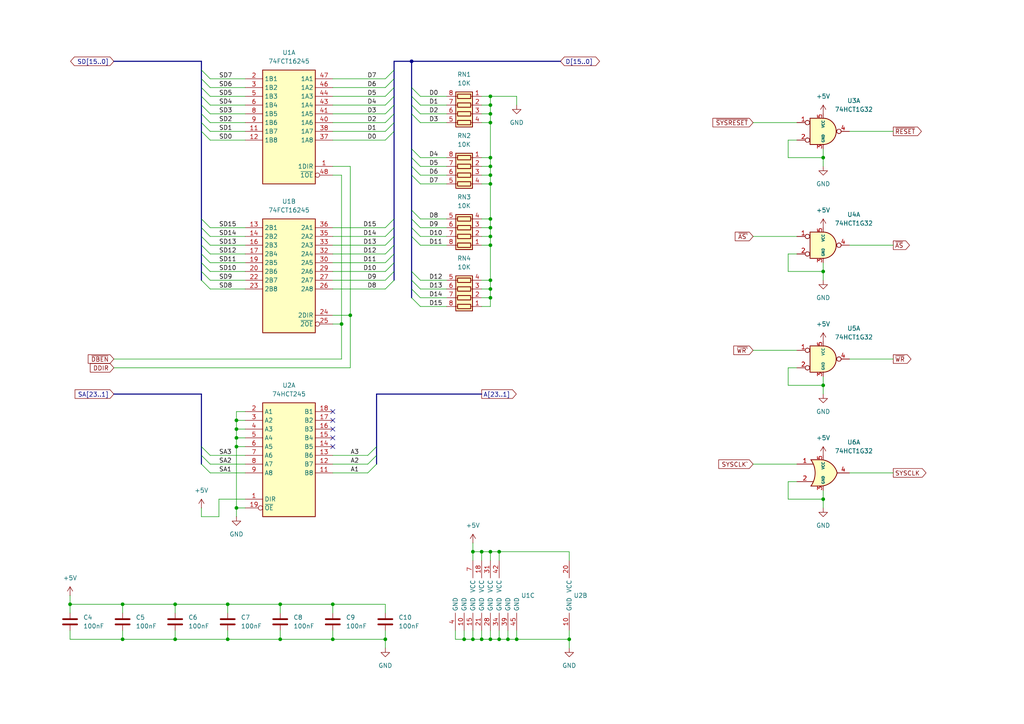
<source format=kicad_sch>
(kicad_sch (version 20231120) (generator "eeschema") (generator_version "8.0")
  (paper "A4")
  (title_block (title "EXPANSION BUS BUFFERS AND TRANSCEIVERS") (date "2024-03-05") (rev "1") (company "(C) TOM STOREY") (comment 1 "FREE FOR NON-COMMERCIAL USE"))
  (lib_symbols
    (symbol "COMET_symbols:74x16245"
      (property "Reference" "U" (at 0 0 0))
      (property "Value" "74x16245" (at 0 0 0))
      (symbol "74x16245_1_0"
        (pin input line (at -12.7 -12.7 0) (length 5.08) (name "1DIR") (number "1"))
        (pin tri_state line (at 12.7 -2.54 180) (length 5.08) (name "1B7") (number "11"))
        (pin tri_state line (at 12.7 -5.08 180) (length 5.08) (name "1B8") (number "12"))
        (pin tri_state line (at 12.7 12.7 180) (length 5.08) (name "1B1") (number "2"))
        (pin tri_state line (at 12.7 10.16 180) (length 5.08) (name "1B2") (number "3"))
        (pin tri_state line (at -12.7 -5.08 0) (length 5.08) (name "1A8") (number "37"))
        (pin tri_state line (at -12.7 -2.54 0) (length 5.08) (name "1A7") (number "38"))
        (pin tri_state line (at -12.7 0 0) (length 5.08) (name "1A6") (number "40"))
        (pin tri_state line (at -12.7 2.54 0) (length 5.08) (name "1A5") (number "41"))
        (pin tri_state line (at -12.7 5.08 0) (length 5.08) (name "1A4") (number "43"))
        (pin tri_state line (at -12.7 7.62 0) (length 5.08) (name "1A3") (number "44"))
        (pin tri_state line (at -12.7 10.16 0) (length 5.08) (name "1A2") (number "46"))
        (pin tri_state line (at -12.7 12.7 0) (length 5.08) (name "1A1") (number "47"))
        (pin input inverted (at -12.7 -15.24 0) (length 5.08) (name "~{1OE}") (number "48"))
        (pin tri_state line (at 12.7 7.62 180) (length 5.08) (name "1B3") (number "5"))
        (pin tri_state line (at 12.7 5.08 180) (length 5.08) (name "1B4") (number "6"))
        (pin tri_state line (at 12.7 2.54 180) (length 5.08) (name "1B5") (number "8"))
        (pin tri_state line (at 12.7 0 180) (length 5.08) (name "1B6") (number "9"))
      )
      (symbol "74x16245_1_1"
        (rectangle (start -7.62 15.24) (end 7.62 -17.78) (stroke (width 0.254)) (fill (type background)))
      )
      (symbol "74x16245_2_0"
        (pin tri_state line (at 12.7 12.7 180) (length 5.08) (name "2B1") (number "13"))
        (pin tri_state line (at 12.7 10.16 180) (length 5.08) (name "2B2") (number "14"))
        (pin tri_state line (at 12.7 7.62 180) (length 5.08) (name "2B3") (number "16"))
        (pin tri_state line (at 12.7 5.08 180) (length 5.08) (name "2B4") (number "17"))
        (pin tri_state line (at 12.7 2.54 180) (length 5.08) (name "2B5") (number "19"))
        (pin tri_state line (at 12.7 0 180) (length 5.08) (name "2B6") (number "20"))
        (pin tri_state line (at 12.7 -2.54 180) (length 5.08) (name "2B7") (number "22"))
        (pin tri_state line (at 12.7 -5.08 180) (length 5.08) (name "2B8") (number "23"))
        (pin input line (at -12.7 -12.7 0) (length 5.08) (name "2DIR") (number "24"))
        (pin input inverted (at -12.7 -15.24 0) (length 5.08) (name "~{2OE}") (number "25"))
        (pin tri_state line (at -12.7 -5.08 0) (length 5.08) (name "2A8") (number "26"))
        (pin tri_state line (at -12.7 -2.54 0) (length 5.08) (name "2A7") (number "27"))
        (pin tri_state line (at -12.7 0 0) (length 5.08) (name "2A6") (number "29"))
        (pin tri_state line (at -12.7 2.54 0) (length 5.08) (name "2A5") (number "30"))
        (pin tri_state line (at -12.7 5.08 0) (length 5.08) (name "2A4") (number "32"))
        (pin tri_state line (at -12.7 7.62 0) (length 5.08) (name "2A3") (number "33"))
        (pin tri_state line (at -12.7 10.16 0) (length 5.08) (name "2A2") (number "35"))
        (pin tri_state line (at -12.7 12.7 0) (length 5.08) (name "2A1") (number "36"))
      )
      (symbol "74x16245_2_1"
        (rectangle (start -7.62 15.24) (end 7.62 -17.78) (stroke (width 0.254)) (fill (type background)))
      )
      (symbol "74x16245_3_1"
        (pin power_in line (at -5.08 -10.16 90) (length 5.08) (name "GND") (number "10"))
        (pin power_in line (at -2.54 -10.16 90) (length 5.08) (name "GND") (number "15"))
        (pin power_in line (at 0 10.16 270) (length 5.08) (name "VCC") (number "18"))
        (pin power_in line (at 0 -10.16 90) (length 5.08) (name "GND") (number "21"))
        (pin power_in line (at 2.54 -10.16 90) (length 5.08) (name "GND") (number "28"))
        (pin power_in line (at 2.54 10.16 270) (length 5.08) (name "VCC") (number "31"))
        (pin power_in line (at 5.08 -10.16 90) (length 5.08) (name "GND") (number "34"))
        (pin power_in line (at 7.62 -10.16 90) (length 5.08) (name "GND") (number "39"))
        (pin power_in line (at -7.62 -10.16 90) (length 5.08) (name "GND") (number "4"))
        (pin power_in line (at 5.08 10.16 270) (length 5.08) (name "VCC") (number "42"))
        (pin power_in line (at 10.16 -10.16 90) (length 5.08) (name "GND") (number "45"))
        (pin power_in line (at -2.54 10.16 270) (length 5.08) (name "VCC") (number "7"))
      )
    )
    (symbol "COMET_symbols:74x1G32"
      (property "Reference" "U" (at 0 0 0))
      (property "Value" "74x1G32" (at 0 0 0))
      (symbol "74x1G32_1_1"
        (arc (start -3.5562 -3.81) (mid -2.3352 0) (end -3.5562 3.81) (stroke (width 0.254)))
        (arc (start -0.3558 -3.81) (mid 2.4393 -2.584) (end 4.0638 0) (stroke (width 0.254)) (fill (type background)))
        (polyline (pts (xy -3.5562 -3.81) (xy -0.3812 -3.81)) (stroke (width 0.254)) (fill (type background)))
        (polyline (pts (xy -3.5562 3.81) (xy -0.3812 3.81)) (stroke (width 0.254)) (fill (type background)))
        (polyline (pts (xy -0.3812 3.81) (xy -3.5562 3.81) (xy -3.5562 3.81) (xy -3.3022 3.4036) (xy -2.7688 2.2606) (xy -2.4386 1.0414) (xy -2.3624 -0.254) (xy -2.5148 -1.4986) (xy -2.9212 -2.7178) (xy -3.5562 -3.81) (xy -3.5562 -3.81) (xy -0.3812 -3.81)) (stroke (width -25.4)) (fill (type background)))
        (arc (start 4.0638 0) (mid 2.4466 2.5925) (end -0.3558 3.81) (stroke (width 0.254)) (fill (type background)))
        (pin input line (at -7.62 2.54 0) (length 4.6228) (name "~") (number "1"))
        (pin input line (at -7.62 -2.54 0) (length 4.6228) (name "~") (number "2"))
        (pin output line (at 7.62 0 180) (length 3.6068) (name "~") (number "4"))
      )
      (symbol "74x1G32_1_2"
        (arc (start 0 -3.81) (mid 3.7934 0) (end 0 3.81) (stroke (width 0.254)) (fill (type background)))
        (polyline (pts (xy 0 3.81) (xy -3.81 3.81) (xy -3.81 -3.81) (xy 0 -3.81)) (stroke (width 0.254)) (fill (type background)))
        (pin input inverted (at -7.62 2.54 0) (length 3.683) (name "~") (number "1"))
        (pin input inverted (at -7.62 -2.54 0) (length 3.683) (name "~") (number "2"))
        (pin output inverted (at 7.62 0 180) (length 3.683) (name "~") (number "4"))
      )
      (symbol "74x1G32_2_1"
        (pin power_in line (at 0 -5.08 90) (length 1.27) (name "GND") (number "3"))
        (pin power_in line (at 0 5.08 270) (length 1.27) (name "VCC") (number "5"))
      )
      (symbol "74x1G32_2_2"
        (pin power_in line (at 0 -5.08 90) (length 1.27) (name "GND") (number "3"))
        (pin power_in line (at 0 5.08 270) (length 1.27) (name "VCC") (number "5"))
      )
    )
    (symbol "COMET_symbols:74x245"
      (property "Reference" "U" (at 0 0 0))
      (property "Value" "74x245" (at 0 0 0))
      (symbol "74x245_1_0"
        (pin input line (at -12.7 -12.7 0) (length 5.08) (name "DIR") (number "1"))
        (pin tri_state line (at 12.7 -5.08 180) (length 5.08) (name "B8") (number "11"))
        (pin tri_state line (at 12.7 -2.54 180) (length 5.08) (name "B7") (number "12"))
        (pin tri_state line (at 12.7 0 180) (length 5.08) (name "B6") (number "13"))
        (pin tri_state line (at 12.7 2.54 180) (length 5.08) (name "B5") (number "14"))
        (pin tri_state line (at 12.7 5.08 180) (length 5.08) (name "B4") (number "15"))
        (pin tri_state line (at 12.7 7.62 180) (length 5.08) (name "B3") (number "16"))
        (pin tri_state line (at 12.7 10.16 180) (length 5.08) (name "B2") (number "17"))
        (pin tri_state line (at 12.7 12.7 180) (length 5.08) (name "B1") (number "18"))
        (pin input inverted (at -12.7 -15.24 0) (length 5.08) (name "~{OE}") (number "19"))
        (pin tri_state line (at -12.7 12.7 0) (length 5.08) (name "A1") (number "2"))
        (pin tri_state line (at -12.7 10.16 0) (length 5.08) (name "A2") (number "3"))
        (pin tri_state line (at -12.7 7.62 0) (length 5.08) (name "A3") (number "4"))
        (pin tri_state line (at -12.7 5.08 0) (length 5.08) (name "A4") (number "5"))
        (pin tri_state line (at -12.7 2.54 0) (length 5.08) (name "A5") (number "6"))
        (pin tri_state line (at -12.7 0 0) (length 5.08) (name "A6") (number "7"))
        (pin tri_state line (at -12.7 -2.54 0) (length 5.08) (name "A7") (number "8"))
        (pin tri_state line (at -12.7 -5.08 0) (length 5.08) (name "A8") (number "9"))
      )
      (symbol "74x245_1_1"
        (rectangle (start -7.62 15.24) (end 7.62 -17.78) (stroke (width 0.254)) (fill (type background)))
      )
      (symbol "74x245_2_1"
        (pin power_in line (at 0 -10.16 90) (length 5.08) (name "GND") (number "10"))
        (pin power_in line (at 0 10.16 270) (length 5.08) (name "VCC") (number "20"))
      )
    )
    (symbol "COMET_symbols:C" (pin_numbers hide) (pin_names hide)
      (property "Reference" "C" (at 0 0 0))
      (property "Value" "C" (at 0 0 0))
      (symbol "C_0_1"
        (polyline (pts (xy -2.032 -0.762) (xy 2.032 -0.762)) (stroke (width 0.508)))
        (polyline (pts (xy -2.032 0.762) (xy 2.032 0.762)) (stroke (width 0.508)))
      )
      (symbol "C_1_1"
        (pin passive line (at 0 2.54 270) (length 1.524) (name "~") (number "1"))
        (pin passive line (at 0 -2.54 90) (length 1.524) (name "~") (number "2"))
      )
    )
    (symbol "Device:R_Pack04" (pin_names (offset 0) hide)
      (property "Reference" "RN" (at -7.62 0 90))
      (property "Value" "R_Pack04" (at 5.08 0 90))
      (symbol "R_Pack04_0_1"
        (rectangle (start -6.35 -2.413) (end 3.81 2.413) (stroke (width 0.254)) (fill (type background)))
        (rectangle (start -5.715 1.905) (end -4.445 -1.905) (stroke (width 0.254)))
        (rectangle (start -3.175 1.905) (end -1.905 -1.905) (stroke (width 0.254)))
        (rectangle (start -0.635 1.905) (end 0.635 -1.905) (stroke (width 0.254)))
        (polyline (pts (xy -5.08 -2.54) (xy -5.08 -1.905)))
        (polyline (pts (xy -5.08 1.905) (xy -5.08 2.54)))
        (polyline (pts (xy -2.54 -2.54) (xy -2.54 -1.905)))
        (polyline (pts (xy -2.54 1.905) (xy -2.54 2.54)))
        (polyline (pts (xy 0 -2.54) (xy 0 -1.905)))
        (polyline (pts (xy 0 1.905) (xy 0 2.54)))
        (polyline (pts (xy 2.54 -2.54) (xy 2.54 -1.905)))
        (polyline (pts (xy 2.54 1.905) (xy 2.54 2.54)))
        (rectangle (start 1.905 1.905) (end 3.175 -1.905) (stroke (width 0.254)))
      )
      (symbol "R_Pack04_1_1"
        (pin passive line (at -5.08 -5.08 90) (length 2.54) (name "R1.1") (number "1"))
        (pin passive line (at -2.54 -5.08 90) (length 2.54) (name "R2.1") (number "2"))
        (pin passive line (at 0 -5.08 90) (length 2.54) (name "R3.1") (number "3"))
        (pin passive line (at 2.54 -5.08 90) (length 2.54) (name "R4.1") (number "4"))
        (pin passive line (at 2.54 5.08 270) (length 2.54) (name "R4.2") (number "5"))
        (pin passive line (at 0 5.08 270) (length 2.54) (name "R3.2") (number "6"))
        (pin passive line (at -2.54 5.08 270) (length 2.54) (name "R2.2") (number "7"))
        (pin passive line (at -5.08 5.08 270) (length 2.54) (name "R1.2") (number "8"))
      )
    )
    (symbol "power:+5V" (power) (pin_numbers hide) (pin_names (offset 0) hide)
      (property "Value" "+5V" (at 0 3.556 0))
      (symbol "+5V_0_1"
        (polyline (pts (xy -0.762 1.27) (xy 0 2.54)))
        (polyline (pts (xy 0 0) (xy 0 2.54)))
        (polyline (pts (xy 0 2.54) (xy 0.762 1.27)))
      )
      (symbol "+5V_1_1"
        (pin power_in line (at 0 0 90) (length 0) (name "~") (number "1"))
      )
    )
    (symbol "power:GND" (power) (pin_numbers hide) (pin_names (offset 0) hide)
      (property "Value" "GND" (at 0 -3.81 0))
      (symbol "GND_0_1"
        (polyline (pts (xy 0 0) (xy 0 -1.27) (xy 1.27 -1.27) (xy 0 -2.54) (xy -1.27 -1.27) (xy 0 -1.27)))
      )
      (symbol "GND_1_1"
        (pin power_in line (at 0 0 270) (length 0) (name "~") (number "1"))
      )
    )
  )
  (junction (at 142.24 81.28))
  (junction (at 238.76 78.74))
  (junction (at 142.24 27.94))
  (junction (at 81.28 175.26))
  (junction (at 142.24 68.58))
  (junction (at 96.52 175.26))
  (junction (at 50.8 185.42))
  (junction (at 68.58 127))
  (junction (at 68.58 147.32))
  (junction (at 238.76 111.76))
  (junction (at 134.62 185.42))
  (junction (at 35.56 185.42))
  (junction (at 68.58 121.92))
  (junction (at 81.28 185.42))
  (junction (at 142.24 83.82))
  (junction (at 111.76 185.42))
  (junction (at 238.76 45.72))
  (junction (at 139.7 185.42))
  (junction (at 142.24 86.36))
  (junction (at 142.24 71.12))
  (junction (at 144.78 160.02))
  (junction (at 142.24 35.56))
  (junction (at 68.58 129.54))
  (junction (at 238.76 144.78))
  (junction (at 142.24 45.72))
  (junction (at 96.52 185.42))
  (junction (at 66.04 175.26))
  (junction (at 142.24 185.42))
  (junction (at 137.16 160.02))
  (junction (at 137.16 185.42))
  (junction (at 66.04 185.42))
  (junction (at 35.56 175.26))
  (junction (at 139.7 160.02))
  (junction (at 20.32 175.26))
  (junction (at 142.24 48.26))
  (junction (at 144.78 185.42))
  (junction (at 119.38 17.78))
  (junction (at 165.1 185.42))
  (junction (at 147.32 185.42))
  (junction (at 101.6 91.44))
  (junction (at 142.24 33.02))
  (junction (at 142.24 63.5))
  (junction (at 142.24 66.04))
  (junction (at 142.24 53.34))
  (junction (at 142.24 160.02))
  (junction (at 50.8 175.26))
  (junction (at 68.58 124.46))
  (junction (at 149.86 185.42))
  (junction (at 142.24 30.48))
  (junction (at 99.06 93.98))
  (junction (at 142.24 50.8))
  (no_connect (at 96.52 119.38))
  (no_connect (at 96.52 129.54))
  (no_connect (at 96.52 121.92))
  (no_connect (at 96.52 127))
  (no_connect (at 96.52 124.46))
  (bus_entry (at 119.38 45.72) (size 2.54 2.54))
  (bus_entry (at 58.42 30.48) (size 2.54 2.54))
  (bus_entry (at 58.42 78.74) (size 2.54 2.54))
  (bus_entry (at 114.3 73.66) (size -2.54 2.54))
  (bus_entry (at 58.42 76.2) (size 2.54 2.54))
  (bus_entry (at 114.3 35.56) (size -2.54 2.54))
  (bus_entry (at 114.3 78.74) (size -2.54 2.54))
  (bus_entry (at 109.22 134.62) (size -2.54 2.54))
  (bus_entry (at 119.38 78.74) (size 2.54 2.54))
  (bus_entry (at 106.68 134.62) (size 2.54 -2.54))
  (bus_entry (at 58.42 35.56) (size 2.54 2.54))
  (bus_entry (at 58.42 33.02) (size 2.54 2.54))
  (bus_entry (at 119.38 60.96) (size 2.54 2.54))
  (bus_entry (at 114.3 71.12) (size -2.54 2.54))
  (bus_entry (at 119.38 33.02) (size 2.54 2.54))
  (bus_entry (at 114.3 27.94) (size -2.54 2.54))
  (bus_entry (at 114.3 63.5) (size -2.54 2.54))
  (bus_entry (at 119.38 30.48) (size 2.54 2.54))
  (bus_entry (at 58.42 25.4) (size 2.54 2.54))
  (bus_entry (at 114.3 22.86) (size -2.54 2.54))
  (bus_entry (at 58.42 81.28) (size 2.54 2.54))
  (bus_entry (at 119.38 68.58) (size 2.54 2.54))
  (bus_entry (at 119.38 66.04) (size 2.54 2.54))
  (bus_entry (at 58.42 129.54) (size 2.54 2.54))
  (bus_entry (at 119.38 83.82) (size 2.54 2.54))
  (bus_entry (at 114.3 38.1) (size -2.54 2.54))
  (bus_entry (at 119.38 48.26) (size 2.54 2.54))
  (bus_entry (at 58.42 20.32) (size 2.54 2.54))
  (bus_entry (at 58.42 132.08) (size 2.54 2.54))
  (bus_entry (at 58.42 22.86) (size 2.54 2.54))
  (bus_entry (at 114.3 66.04) (size -2.54 2.54))
  (bus_entry (at 58.42 68.58) (size 2.54 2.54))
  (bus_entry (at 58.42 73.66) (size 2.54 2.54))
  (bus_entry (at 119.38 63.5) (size 2.54 2.54))
  (bus_entry (at 114.3 76.2) (size -2.54 2.54))
  (bus_entry (at 58.42 71.12) (size 2.54 2.54))
  (bus_entry (at 58.42 38.1) (size 2.54 2.54))
  (bus_entry (at 119.38 27.94) (size 2.54 2.54))
  (bus_entry (at 106.68 132.08) (size 2.54 -2.54))
  (bus_entry (at 114.3 68.58) (size -2.54 2.54))
  (bus_entry (at 114.3 20.32) (size -2.54 2.54))
  (bus_entry (at 58.42 63.5) (size 2.54 2.54))
  (bus_entry (at 58.42 134.62) (size 2.54 2.54))
  (bus_entry (at 119.38 43.18) (size 2.54 2.54))
  (bus_entry (at 114.3 81.28) (size -2.54 2.54))
  (bus_entry (at 58.42 66.04) (size 2.54 2.54))
  (bus_entry (at 114.3 30.48) (size -2.54 2.54))
  (bus_entry (at 58.42 27.94) (size 2.54 2.54))
  (bus_entry (at 119.38 50.8) (size 2.54 2.54))
  (bus_entry (at 119.38 25.4) (size 2.54 2.54))
  (bus_entry (at 119.38 86.36) (size 2.54 2.54))
  (bus_entry (at 119.38 81.28) (size 2.54 2.54))
  (bus_entry (at 114.3 33.02) (size -2.54 2.54))
  (bus_entry (at 114.3 25.4) (size -2.54 2.54))
  (wire (pts (xy 96.52 66.04) (xy 111.76 66.04)))
  (wire (pts (xy 139.7 160.02) (xy 139.7 162.56)))
  (wire (pts (xy 81.28 175.26) (xy 81.28 177.8)))
  (wire (pts (xy 142.24 86.36) (xy 142.24 88.9)))
  (wire (pts (xy 121.92 68.58) (xy 129.54 68.58)))
  (wire (pts (xy 60.96 25.4) (xy 71.12 25.4)))
  (wire (pts (xy 96.52 93.98) (xy 99.06 93.98)))
  (bus (pts (xy 109.22 129.54) (xy 109.22 132.08)))
  (wire (pts (xy 96.52 25.4) (xy 111.76 25.4)))
  (wire (pts (xy 142.24 68.58) (xy 142.24 71.12)))
  (wire (pts (xy 139.7 27.94) (xy 142.24 27.94)))
  (wire (pts (xy 137.16 182.88) (xy 137.16 185.42)))
  (bus (pts (xy 114.3 71.12) (xy 114.3 68.58)))
  (wire (pts (xy 68.58 119.38) (xy 68.58 121.92)))
  (wire (pts (xy 139.7 71.12) (xy 142.24 71.12)))
  (wire (pts (xy 60.96 38.1) (xy 71.12 38.1)))
  (wire (pts (xy 20.32 172.72) (xy 20.32 175.26)))
  (wire (pts (xy 96.52 177.8) (xy 96.52 175.26)))
  (wire (pts (xy 60.96 27.94) (xy 71.12 27.94)))
  (wire (pts (xy 134.62 182.88) (xy 134.62 185.42)))
  (wire (pts (xy 165.1 160.02) (xy 165.1 162.56)))
  (wire (pts (xy 246.38 71.12) (xy 259.08 71.12)))
  (wire (pts (xy 96.52 185.42) (xy 81.28 185.42)))
  (wire (pts (xy 238.76 78.74) (xy 238.76 76.2)))
  (wire (pts (xy 96.52 91.44) (xy 101.6 91.44)))
  (wire (pts (xy 142.24 53.34) (xy 142.24 63.5)))
  (wire (pts (xy 139.7 48.26) (xy 142.24 48.26)))
  (bus (pts (xy 114.3 35.56) (xy 114.3 33.02)))
  (bus (pts (xy 58.42 63.5) (xy 58.42 66.04)))
  (wire (pts (xy 96.52 22.86) (xy 111.76 22.86)))
  (wire (pts (xy 121.92 88.9) (xy 129.54 88.9)))
  (bus (pts (xy 119.38 68.58) (xy 119.38 78.74)))
  (wire (pts (xy 228.6 106.68) (xy 228.6 111.76)))
  (bus (pts (xy 114.3 81.28) (xy 114.3 78.74)))
  (wire (pts (xy 111.76 177.8) (xy 111.76 175.26)))
  (wire (pts (xy 20.32 175.26) (xy 35.56 175.26)))
  (wire (pts (xy 60.96 83.82) (xy 71.12 83.82)))
  (bus (pts (xy 114.3 27.94) (xy 114.3 25.4)))
  (bus (pts (xy 119.38 83.82) (xy 119.38 86.36)))
  (wire (pts (xy 137.16 160.02) (xy 139.7 160.02)))
  (wire (pts (xy 63.5 149.86) (xy 58.42 149.86)))
  (wire (pts (xy 139.7 86.36) (xy 142.24 86.36)))
  (wire (pts (xy 139.7 182.88) (xy 139.7 185.42)))
  (wire (pts (xy 96.52 40.64) (xy 111.76 40.64)))
  (wire (pts (xy 142.24 35.56) (xy 142.24 45.72)))
  (wire (pts (xy 238.76 111.76) (xy 238.76 109.22)))
  (wire (pts (xy 96.52 182.88) (xy 96.52 185.42)))
  (bus (pts (xy 58.42 25.4) (xy 58.42 27.94)))
  (wire (pts (xy 50.8 182.88) (xy 50.8 185.42)))
  (bus (pts (xy 114.3 22.86) (xy 114.3 20.32)))
  (wire (pts (xy 139.7 53.34) (xy 142.24 53.34)))
  (bus (pts (xy 114.3 73.66) (xy 114.3 71.12)))
  (wire (pts (xy 35.56 182.88) (xy 35.56 185.42)))
  (bus (pts (xy 119.38 17.78) (xy 162.56 17.78)))
  (wire (pts (xy 99.06 93.98) (xy 99.06 104.14)))
  (wire (pts (xy 96.52 73.66) (xy 111.76 73.66)))
  (wire (pts (xy 228.6 139.7) (xy 228.6 144.78)))
  (wire (pts (xy 139.7 185.42) (xy 142.24 185.42)))
  (wire (pts (xy 238.76 81.28) (xy 238.76 78.74)))
  (wire (pts (xy 218.44 134.62) (xy 231.14 134.62)))
  (bus (pts (xy 58.42 27.94) (xy 58.42 30.48)))
  (bus (pts (xy 114.3 63.5) (xy 114.3 38.1)))
  (wire (pts (xy 66.04 175.26) (xy 66.04 177.8)))
  (bus (pts (xy 58.42 22.86) (xy 58.42 25.4)))
  (wire (pts (xy 149.86 185.42) (xy 165.1 185.42)))
  (bus (pts (xy 58.42 66.04) (xy 58.42 68.58)))
  (wire (pts (xy 142.24 83.82) (xy 142.24 86.36)))
  (wire (pts (xy 63.5 144.78) (xy 63.5 149.86)))
  (wire (pts (xy 142.24 160.02) (xy 144.78 160.02)))
  (wire (pts (xy 60.96 40.64) (xy 71.12 40.64)))
  (wire (pts (xy 228.6 40.64) (xy 228.6 45.72)))
  (wire (pts (xy 228.6 45.72) (xy 238.76 45.72)))
  (wire (pts (xy 142.24 30.48) (xy 142.24 33.02)))
  (wire (pts (xy 20.32 175.26) (xy 20.32 177.8)))
  (bus (pts (xy 109.22 132.08) (xy 109.22 134.62)))
  (wire (pts (xy 121.92 48.26) (xy 129.54 48.26)))
  (wire (pts (xy 66.04 182.88) (xy 66.04 185.42)))
  (wire (pts (xy 50.8 175.26) (xy 66.04 175.26)))
  (bus (pts (xy 58.42 38.1) (xy 58.42 63.5)))
  (wire (pts (xy 139.7 50.8) (xy 142.24 50.8)))
  (wire (pts (xy 142.24 81.28) (xy 142.24 83.82)))
  (wire (pts (xy 246.38 38.1) (xy 259.08 38.1)))
  (wire (pts (xy 60.96 81.28) (xy 71.12 81.28)))
  (wire (pts (xy 142.24 48.26) (xy 142.24 50.8)))
  (bus (pts (xy 119.38 66.04) (xy 119.38 68.58)))
  (wire (pts (xy 231.14 73.66) (xy 228.6 73.66)))
  (wire (pts (xy 99.06 50.8) (xy 99.06 93.98)))
  (wire (pts (xy 142.24 66.04) (xy 142.24 68.58)))
  (wire (pts (xy 142.24 27.94) (xy 142.24 30.48)))
  (bus (pts (xy 114.3 33.02) (xy 114.3 30.48)))
  (wire (pts (xy 96.52 76.2) (xy 111.76 76.2)))
  (wire (pts (xy 20.32 185.42) (xy 35.56 185.42)))
  (bus (pts (xy 119.38 27.94) (xy 119.38 30.48)))
  (wire (pts (xy 121.92 35.56) (xy 129.54 35.56)))
  (wire (pts (xy 81.28 175.26) (xy 96.52 175.26)))
  (wire (pts (xy 96.52 27.94) (xy 111.76 27.94)))
  (wire (pts (xy 96.52 137.16) (xy 106.68 137.16)))
  (bus (pts (xy 119.38 17.78) (xy 119.38 25.4)))
  (wire (pts (xy 68.58 129.54) (xy 68.58 147.32)))
  (wire (pts (xy 33.02 104.14) (xy 99.06 104.14)))
  (wire (pts (xy 238.76 144.78) (xy 238.76 142.24)))
  (bus (pts (xy 119.38 60.96) (xy 119.38 63.5)))
  (wire (pts (xy 149.86 30.48) (xy 149.86 27.94)))
  (wire (pts (xy 147.32 182.88) (xy 147.32 185.42)))
  (wire (pts (xy 137.16 157.48) (xy 137.16 160.02)))
  (bus (pts (xy 58.42 17.78) (xy 58.42 20.32)))
  (bus (pts (xy 114.3 68.58) (xy 114.3 66.04)))
  (wire (pts (xy 68.58 127) (xy 71.12 127)))
  (wire (pts (xy 142.24 50.8) (xy 142.24 53.34)))
  (wire (pts (xy 96.52 83.82) (xy 111.76 83.82)))
  (wire (pts (xy 60.96 71.12) (xy 71.12 71.12)))
  (wire (pts (xy 231.14 106.68) (xy 228.6 106.68)))
  (wire (pts (xy 66.04 185.42) (xy 81.28 185.42)))
  (wire (pts (xy 121.92 81.28) (xy 129.54 81.28)))
  (bus (pts (xy 58.42 76.2) (xy 58.42 78.74)))
  (wire (pts (xy 35.56 175.26) (xy 50.8 175.26)))
  (wire (pts (xy 228.6 111.76) (xy 238.76 111.76)))
  (wire (pts (xy 111.76 185.42) (xy 111.76 187.96)))
  (wire (pts (xy 218.44 101.6) (xy 231.14 101.6)))
  (wire (pts (xy 142.24 45.72) (xy 142.24 48.26)))
  (wire (pts (xy 60.96 35.56) (xy 71.12 35.56)))
  (wire (pts (xy 121.92 45.72) (xy 129.54 45.72)))
  (wire (pts (xy 238.76 114.3) (xy 238.76 111.76)))
  (bus (pts (xy 114.3 30.48) (xy 114.3 27.94)))
  (bus (pts (xy 33.02 114.3) (xy 58.42 114.3)))
  (wire (pts (xy 96.52 134.62) (xy 106.68 134.62)))
  (wire (pts (xy 96.52 33.02) (xy 111.76 33.02)))
  (bus (pts (xy 114.3 76.2) (xy 114.3 73.66)))
  (wire (pts (xy 81.28 182.88) (xy 81.28 185.42)))
  (wire (pts (xy 60.96 22.86) (xy 71.12 22.86)))
  (wire (pts (xy 231.14 139.7) (xy 228.6 139.7)))
  (wire (pts (xy 121.92 66.04) (xy 129.54 66.04)))
  (wire (pts (xy 68.58 124.46) (xy 71.12 124.46)))
  (wire (pts (xy 142.24 182.88) (xy 142.24 185.42)))
  (wire (pts (xy 121.92 53.34) (xy 129.54 53.34)))
  (wire (pts (xy 218.44 35.56) (xy 231.14 35.56)))
  (wire (pts (xy 121.92 63.5) (xy 129.54 63.5)))
  (wire (pts (xy 142.24 63.5) (xy 142.24 66.04)))
  (wire (pts (xy 68.58 124.46) (xy 68.58 127)))
  (wire (pts (xy 71.12 144.78) (xy 63.5 144.78)))
  (wire (pts (xy 137.16 185.42) (xy 139.7 185.42)))
  (wire (pts (xy 71.12 119.38) (xy 68.58 119.38)))
  (bus (pts (xy 114.3 78.74) (xy 114.3 76.2)))
  (wire (pts (xy 58.42 147.32) (xy 58.42 149.86)))
  (wire (pts (xy 60.96 76.2) (xy 71.12 76.2)))
  (wire (pts (xy 121.92 33.02) (xy 129.54 33.02)))
  (bus (pts (xy 109.22 114.3) (xy 139.7 114.3)))
  (wire (pts (xy 111.76 185.42) (xy 96.52 185.42)))
  (bus (pts (xy 119.38 63.5) (xy 119.38 66.04)))
  (wire (pts (xy 60.96 137.16) (xy 71.12 137.16)))
  (wire (pts (xy 139.7 45.72) (xy 142.24 45.72)))
  (wire (pts (xy 121.92 50.8) (xy 129.54 50.8)))
  (bus (pts (xy 114.3 17.78) (xy 119.38 17.78)))
  (wire (pts (xy 111.76 182.88) (xy 111.76 185.42)))
  (wire (pts (xy 139.7 63.5) (xy 142.24 63.5)))
  (bus (pts (xy 58.42 20.32) (xy 58.42 22.86)))
  (bus (pts (xy 114.3 20.32) (xy 114.3 17.78)))
  (wire (pts (xy 121.92 30.48) (xy 129.54 30.48)))
  (wire (pts (xy 147.32 185.42) (xy 149.86 185.42)))
  (bus (pts (xy 119.38 50.8) (xy 119.38 60.96)))
  (wire (pts (xy 96.52 68.58) (xy 111.76 68.58)))
  (bus (pts (xy 119.38 78.74) (xy 119.38 81.28)))
  (bus (pts (xy 58.42 114.3) (xy 58.42 129.54)))
  (wire (pts (xy 20.32 182.88) (xy 20.32 185.42)))
  (wire (pts (xy 142.24 160.02) (xy 142.24 162.56)))
  (bus (pts (xy 58.42 132.08) (xy 58.42 134.62)))
  (wire (pts (xy 139.7 33.02) (xy 142.24 33.02)))
  (wire (pts (xy 60.96 134.62) (xy 71.12 134.62)))
  (wire (pts (xy 71.12 147.32) (xy 68.58 147.32)))
  (wire (pts (xy 35.56 175.26) (xy 35.56 177.8)))
  (bus (pts (xy 114.3 66.04) (xy 114.3 63.5)))
  (wire (pts (xy 149.86 182.88) (xy 149.86 185.42)))
  (bus (pts (xy 33.02 17.78) (xy 58.42 17.78)))
  (wire (pts (xy 60.96 68.58) (xy 71.12 68.58)))
  (bus (pts (xy 119.38 25.4) (xy 119.38 27.94)))
  (wire (pts (xy 96.52 48.26) (xy 101.6 48.26)))
  (bus (pts (xy 114.3 38.1) (xy 114.3 35.56)))
  (wire (pts (xy 33.02 106.68) (xy 101.6 106.68)))
  (bus (pts (xy 119.38 30.48) (xy 119.38 33.02)))
  (wire (pts (xy 139.7 81.28) (xy 142.24 81.28)))
  (wire (pts (xy 60.96 66.04) (xy 71.12 66.04)))
  (wire (pts (xy 35.56 185.42) (xy 50.8 185.42)))
  (wire (pts (xy 144.78 182.88) (xy 144.78 185.42)))
  (wire (pts (xy 238.76 48.26) (xy 238.76 45.72)))
  (wire (pts (xy 228.6 144.78) (xy 238.76 144.78)))
  (wire (pts (xy 68.58 129.54) (xy 71.12 129.54)))
  (wire (pts (xy 142.24 71.12) (xy 142.24 81.28)))
  (wire (pts (xy 96.52 38.1) (xy 111.76 38.1)))
  (wire (pts (xy 144.78 160.02) (xy 165.1 160.02)))
  (bus (pts (xy 58.42 129.54) (xy 58.42 132.08)))
  (bus (pts (xy 58.42 35.56) (xy 58.42 38.1)))
  (wire (pts (xy 165.1 182.88) (xy 165.1 185.42)))
  (bus (pts (xy 114.3 25.4) (xy 114.3 22.86)))
  (wire (pts (xy 139.7 160.02) (xy 142.24 160.02)))
  (wire (pts (xy 96.52 50.8) (xy 99.06 50.8)))
  (bus (pts (xy 58.42 30.48) (xy 58.42 33.02)))
  (wire (pts (xy 68.58 121.92) (xy 71.12 121.92)))
  (wire (pts (xy 246.38 137.16) (xy 259.08 137.16)))
  (wire (pts (xy 68.58 121.92) (xy 68.58 124.46)))
  (wire (pts (xy 50.8 175.26) (xy 50.8 177.8)))
  (wire (pts (xy 101.6 48.26) (xy 101.6 91.44)))
  (wire (pts (xy 137.16 160.02) (xy 137.16 162.56)))
  (bus (pts (xy 119.38 81.28) (xy 119.38 83.82)))
  (wire (pts (xy 228.6 73.66) (xy 228.6 78.74)))
  (wire (pts (xy 96.52 132.08) (xy 106.68 132.08)))
  (wire (pts (xy 121.92 83.82) (xy 129.54 83.82)))
  (bus (pts (xy 58.42 73.66) (xy 58.42 76.2)))
  (wire (pts (xy 139.7 66.04) (xy 142.24 66.04)))
  (wire (pts (xy 144.78 160.02) (xy 144.78 162.56)))
  (wire (pts (xy 121.92 86.36) (xy 129.54 86.36)))
  (wire (pts (xy 238.76 147.32) (xy 238.76 144.78)))
  (wire (pts (xy 50.8 185.42) (xy 66.04 185.42)))
  (wire (pts (xy 96.52 71.12) (xy 111.76 71.12)))
  (wire (pts (xy 165.1 185.42) (xy 165.1 187.96)))
  (bus (pts (xy 58.42 68.58) (xy 58.42 71.12)))
  (bus (pts (xy 119.38 45.72) (xy 119.38 48.26)))
  (wire (pts (xy 246.38 104.14) (xy 259.08 104.14)))
  (wire (pts (xy 60.96 78.74) (xy 71.12 78.74)))
  (wire (pts (xy 144.78 185.42) (xy 147.32 185.42)))
  (wire (pts (xy 132.08 185.42) (xy 134.62 185.42)))
  (bus (pts (xy 119.38 43.18) (xy 119.38 45.72)))
  (bus (pts (xy 58.42 71.12) (xy 58.42 73.66)))
  (wire (pts (xy 139.7 83.82) (xy 142.24 83.82)))
  (wire (pts (xy 68.58 127) (xy 68.58 129.54)))
  (wire (pts (xy 139.7 30.48) (xy 142.24 30.48)))
  (wire (pts (xy 142.24 88.9) (xy 139.7 88.9)))
  (wire (pts (xy 142.24 33.02) (xy 142.24 35.56)))
  (wire (pts (xy 231.14 40.64) (xy 228.6 40.64)))
  (wire (pts (xy 68.58 147.32) (xy 68.58 149.86)))
  (wire (pts (xy 121.92 71.12) (xy 129.54 71.12)))
  (wire (pts (xy 139.7 68.58) (xy 142.24 68.58)))
  (wire (pts (xy 132.08 182.88) (xy 132.08 185.42)))
  (bus (pts (xy 119.38 48.26) (xy 119.38 50.8)))
  (bus (pts (xy 109.22 114.3) (xy 109.22 129.54)))
  (wire (pts (xy 142.24 185.42) (xy 144.78 185.42)))
  (wire (pts (xy 96.52 30.48) (xy 111.76 30.48)))
  (bus (pts (xy 119.38 33.02) (xy 119.38 43.18)))
  (bus (pts (xy 58.42 78.74) (xy 58.42 81.28)))
  (wire (pts (xy 60.96 33.02) (xy 71.12 33.02)))
  (wire (pts (xy 60.96 73.66) (xy 71.12 73.66)))
  (wire (pts (xy 101.6 91.44) (xy 101.6 106.68)))
  (wire (pts (xy 139.7 35.56) (xy 142.24 35.56)))
  (wire (pts (xy 96.52 81.28) (xy 111.76 81.28)))
  (wire (pts (xy 96.52 175.26) (xy 111.76 175.26)))
  (wire (pts (xy 60.96 30.48) (xy 71.12 30.48)))
  (bus (pts (xy 58.42 33.02) (xy 58.42 35.56)))
  (wire (pts (xy 218.44 68.58) (xy 231.14 68.58)))
  (wire (pts (xy 134.62 185.42) (xy 137.16 185.42)))
  (wire (pts (xy 66.04 175.26) (xy 81.28 175.26)))
  (wire (pts (xy 238.76 45.72) (xy 238.76 43.18)))
  (wire (pts (xy 60.96 132.08) (xy 71.12 132.08)))
  (wire (pts (xy 142.24 27.94) (xy 149.86 27.94)))
  (wire (pts (xy 121.92 27.94) (xy 129.54 27.94)))
  (wire (pts (xy 96.52 35.56) (xy 111.76 35.56)))
  (wire (pts (xy 228.6 78.74) (xy 238.76 78.74)))
  (wire (pts (xy 96.52 78.74) (xy 111.76 78.74)))
  (label "D4" (at 109.22 30.48 180))
  (label "SD2" (at 63.5 35.56 0))
  (label "D11" (at 109.22 76.2 180))
  (label "A2" (at 104.14 134.62 180))
  (label "A3" (at 104.14 132.08 180))
  (label "SA1" (at 63.5 137.16 0))
  (label "D14" (at 109.22 68.58 180))
  (label "D8" (at 124.46 63.5 0))
  (label "D7" (at 124.46 53.34 0))
  (label "SD9" (at 63.5 81.28 0))
  (label "D9" (at 124.46 66.04 0))
  (label "D10" (at 124.46 68.58 0))
  (label "SD0" (at 63.5 40.64 0))
  (label "D13" (at 109.22 71.12 180))
  (label "SD1" (at 63.5 38.1 0))
  (label "D9" (at 109.22 81.28 180))
  (label "D12" (at 124.46 81.28 0))
  (label "D15" (at 109.22 66.04 180))
  (label "D7" (at 109.22 22.86 180))
  (label "SD4" (at 63.5 30.48 0))
  (label "D11" (at 124.46 71.12 0))
  (label "SD6" (at 63.5 25.4 0))
  (label "SD14" (at 63.5 68.58 0))
  (label "D12" (at 109.22 73.66 180))
  (label "D14" (at 124.46 86.36 0))
  (label "SD11" (at 63.5 76.2 0))
  (label "SD3" (at 63.5 33.02 0))
  (label "D8" (at 109.22 83.82 180))
  (label "D4" (at 124.46 45.72 0))
  (label "D3" (at 109.22 33.02 180))
  (label "SD15" (at 63.5 66.04 0))
  (label "D6" (at 124.46 50.8 0))
  (label "SD10" (at 63.5 78.74 0))
  (label "D13" (at 124.46 83.82 0))
  (label "D0" (at 109.22 40.64 180))
  (label "SA3" (at 63.5 132.08 0))
  (label "SD13" (at 63.5 71.12 0))
  (label "D10" (at 109.22 78.74 180))
  (label "D2" (at 124.46 33.02 0))
  (label "D1" (at 124.46 30.48 0))
  (label "SD7" (at 63.5 22.86 0))
  (label "D5" (at 124.46 48.26 0))
  (label "D2" (at 109.22 35.56 180))
  (label "D5" (at 109.22 27.94 180))
  (label "SD5" (at 63.5 27.94 0))
  (label "SD12" (at 63.5 73.66 0))
  (label "D3" (at 124.46 35.56 0))
  (label "D15" (at 124.46 88.9 0))
  (label "SA2" (at 63.5 134.62 0))
  (label "D1" (at 109.22 38.1 180))
  (label "SD8" (at 63.5 83.82 0))
  (label "D0" (at 124.46 27.94 0))
  (label "D6" (at 109.22 25.4 180))
  (label "A1" (at 104.14 137.16 180))
  (global_label "SA[23..1]" (shape input) (at 33.02 114.3 180) (property "Intersheetrefs" "${INTERSHEET_REFS}" (effects (hide yes))))
  (global_label "~{DBEN}" (shape input) (at 33.02 104.14 180) (property "Intersheetrefs" "${INTERSHEET_REFS}" (effects (hide yes))))
  (global_label "~{SYSRESET}" (shape input) (at 218.44 35.56 180) (property "Intersheetrefs" "${INTERSHEET_REFS}" (effects (hide yes))))
  (global_label "~{WR`}" (shape input) (at 218.44 101.6 180) (property "Intersheetrefs" "${INTERSHEET_REFS}" (effects (hide yes))))
  (global_label "SYSCLK`" (shape input) (at 218.44 134.62 180) (property "Intersheetrefs" "${INTERSHEET_REFS}" (effects (hide yes))))
  (global_label "~{WR}" (shape output) (at 259.08 104.14 0) (property "Intersheetrefs" "${INTERSHEET_REFS}" (effects (hide yes))))
  (global_label "DDIR" (shape input) (at 33.02 106.68 180) (property "Intersheetrefs" "${INTERSHEET_REFS}" (effects (hide yes))))
  (global_label "A[23..1]" (shape output) (at 139.7 114.3 0) (property "Intersheetrefs" "${INTERSHEET_REFS}" (effects (hide yes))))
  (global_label "~{AS}" (shape output) (at 259.08 71.12 0) (property "Intersheetrefs" "${INTERSHEET_REFS}" (effects (hide yes))))
  (global_label "D[15..0]" (shape bidirectional) (at 162.56 17.78 0) (property "Intersheetrefs" "${INTERSHEET_REFS}" (effects (hide yes))))
  (global_label "~{AS`}" (shape input) (at 218.44 68.58 180) (property "Intersheetrefs" "${INTERSHEET_REFS}" (effects (hide yes))))
  (global_label "SYSCLK" (shape output) (at 259.08 137.16 0) (property "Intersheetrefs" "${INTERSHEET_REFS}" (effects (hide yes))))
  (global_label "SD[15..0]" (shape bidirectional) (at 33.02 17.78 180) (property "Intersheetrefs" "${INTERSHEET_REFS}" (effects (hide yes))))
  (global_label "~{RESET}" (shape output) (at 259.08 38.1 0) (property "Intersheetrefs" "${INTERSHEET_REFS}" (effects (hide yes))))
  (symbol (lib_id "COMET_symbols:74x1G32") (at 238.76 137.16 0) (unit 1)
    (property "Reference" "U6" (at 247.65 128.27 0))
    (property "Value" "74HCT1G32" (at 247.65 130.81 0))
    (property "Footprint" "COMET_footprints:Package_SOT23-5" (effects (hide yes)))
    (property "Description" "Single 2-input OR gate" (effects (hide yes)))
  )
  (symbol (lib_id "COMET_symbols:74x16245") (at 83.82 78.74 0) (mirror y) (unit 2)
    (property "Reference" "U1" (at 83.82 58.42 0))
    (property "Value" "74FCT16245" (at 83.82 60.96 0))
    (property "Footprint" "COMET_footprints:Package_SSOP48-1" (effects (hide yes)))
    (property "Description" "Dual octal bus transceiver; 3-state" (effects (hide yes)))
  )
  (symbol (lib_id "power:+5V") (at 238.76 33.02 0) (unit 1)
    (property "Reference" "#PWR013" (effects (hide yes)))
    (property "Value" "+5V" (at 238.76 27.94 0))
    (property "Description" "Power symbol creates a global label with name \"+5V\"" (effects (hide yes)))
    (instances (project "Printer_Interface" (path "" (reference "#PWR013") (unit 1))) (project "CF_Interface_v2" (path "" (reference "#PWR012") (unit 1))))
  )
  (symbol (lib_id "power:GND") (at 68.58 149.86 0) (unit 1)
    (property "Reference" "#PWR08" (effects (hide yes)))
    (property "Value" "GND" (at 68.58 154.94 0))
    (property "Description" "Power symbol creates a global label with name \"GND\" , ground" (effects (hide yes)))
  )
  (symbol (lib_id "power:GND") (at 238.76 147.32 0) (unit 1)
    (property "Reference" "#PWR020" (effects (hide yes)))
    (property "Value" "GND" (at 238.76 152.4 0))
    (property "Description" "Power symbol creates a global label with name \"GND\" , ground" (effects (hide yes)))
  )
  (symbol (lib_id "power:+5V") (at 238.76 99.06 0) (unit 1)
    (property "Reference" "#PWR017" (effects (hide yes)))
    (property "Value" "+5V" (at 238.76 93.98 0))
    (property "Description" "Power symbol creates a global label with name \"+5V\"" (effects (hide yes)))
  )
  (symbol (lib_id "COMET_symbols:74x1G32") (at 238.76 71.12 0) (unit 2)
    (property "Reference" "U4" (effects (hide yes)))
    (property "Value" "74HCT1G32" (effects (hide yes)))
    (property "Footprint" "COMET_footprints:Package_SOT23-5" (effects (hide yes)))
    (property "Description" "Single 2-input OR gate" (effects (hide yes)))
    (instances (project "Printer_Interface" (path "" (reference "U4") (unit 2))) (project "CF_Interface_v2" (path "" (reference "U7") (unit 2))))
  )
  (symbol (lib_id "Device:R_Pack04") (at 134.62 33.02 90) (mirror x) (unit 1)
    (property "Reference" "RN1" (at 134.62 21.59 90))
    (property "Value" "10K" (at 134.62 24.13 90))
    (property "Footprint" "Resistor_SMD:R_Cat16-4" (effects (hide yes)))
    (property "Description" "4 resistor network, parallel topology" (effects (hide yes)))
    (instances (project "Printer_Interface" (path "" (reference "RN1") (unit 1))) (project "CF_Interface_v2" (path "" (reference "RN5") (unit 1))))
  )
  (symbol (lib_id "COMET_symbols:C") (at 96.52 180.34 0) (unit 1)
    (property "Reference" "C9" (at 100.33 179.0699 0) (effects (justify left)))
    (property "Value" "100nF" (at 100.33 181.6099 0) (effects (justify left)))
    (property "Footprint" "COMET_footprints:C_SMD0805" (effects (hide yes)))
    (instances (project "Printer_Interface" (path "" (reference "C9") (unit 1))) (project "CF_Interface_v2" (path "" (reference "C7") (unit 1))))
  )
  (symbol (lib_id "COMET_symbols:C") (at 111.76 180.34 0) (unit 1)
    (property "Reference" "C10" (at 115.57 179.0699 0) (effects (justify left)))
    (property "Value" "100nF" (at 115.57 181.6099 0) (effects (justify left)))
    (property "Footprint" "COMET_footprints:C_SMD0805" (effects (hide yes)))
  )
  (symbol (lib_id "power:GND") (at 238.76 48.26 0) (unit 1)
    (property "Reference" "#PWR014" (effects (hide yes)))
    (property "Value" "GND" (at 238.76 53.34 0))
    (property "Description" "Power symbol creates a global label with name \"GND\" , ground" (effects (hide yes)))
    (instances (project "Printer_Interface" (path "" (reference "#PWR014") (unit 1))) (project "CF_Interface_v2" (path "" (reference "#PWR013") (unit 1))))
  )
  (symbol (lib_id "power:GND") (at 165.1 187.96 0) (unit 1)
    (property "Reference" "#PWR012" (effects (hide yes)))
    (property "Value" "GND" (at 165.1 193.04 0))
    (property "Description" "Power symbol creates a global label with name \"GND\" , ground" (effects (hide yes)))
    (instances (project "Printer_Interface" (path "" (reference "#PWR012") (unit 1))) (project "CF_Interface_v2" (path "" (reference "#PWR05") (unit 1))))
  )
  (symbol (lib_id "Device:R_Pack04") (at 134.62 50.8 90) (mirror x) (unit 1)
    (property "Reference" "RN2" (at 134.62 39.37 90))
    (property "Value" "10K" (at 134.62 41.91 90))
    (property "Footprint" "Resistor_SMD:R_Cat16-4" (effects (hide yes)))
    (property "Description" "4 resistor network, parallel topology" (effects (hide yes)))
    (instances (project "Printer_Interface" (path "" (reference "RN2") (unit 1))) (project "CF_Interface_v2" (path "" (reference "RN6") (unit 1))))
  )
  (symbol (lib_id "Device:R_Pack04") (at 134.62 66.04 90) (unit 1)
    (property "Reference" "RN3" (at 134.62 57.15 90))
    (property "Value" "10K" (at 134.62 59.69 90))
    (property "Footprint" "Resistor_SMD:R_Cat16-4" (effects (hide yes)))
    (property "Description" "4 resistor network, parallel topology" (effects (hide yes)))
    (instances (project "Printer_Interface" (path "" (reference "RN3") (unit 1))) (project "CF_Interface_v2" (path "" (reference "RN7") (unit 1))))
  )
  (symbol (lib_id "power:GND") (at 111.76 187.96 0) (unit 1)
    (property "Reference" "#PWR09" (effects (hide yes)))
    (property "Value" "GND" (at 111.76 193.04 0))
    (property "Description" "Power symbol creates a global label with name \"GND\" , ground" (effects (hide yes)))
  )
  (symbol (lib_id "power:+5V") (at 20.32 172.72 0) (unit 1)
    (property "Reference" "#PWR06" (effects (hide yes)))
    (property "Value" "+5V" (at 20.32 167.64 0))
    (property "Description" "Power symbol creates a global label with name \"+5V\"" (effects (hide yes)))
  )
  (symbol (lib_id "COMET_symbols:74x1G32") (at 238.76 38.1 0) (unit 2)
    (property "Reference" "U3" (effects (hide yes)))
    (property "Value" "74HCT1G32" (effects (hide yes)))
    (property "Footprint" "COMET_footprints:Package_SOT23-5" (effects (hide yes)))
    (property "Description" "Single 2-input OR gate" (effects (hide yes)))
  )
  (symbol (lib_id "power:+5V") (at 137.16 157.48 0) (unit 1)
    (property "Reference" "#PWR010" (effects (hide yes)))
    (property "Value" "+5V" (at 137.16 152.4 0))
    (property "Description" "Power symbol creates a global label with name \"+5V\"" (effects (hide yes)))
    (instances (project "Printer_Interface" (path "" (reference "#PWR010") (unit 1))) (project "CF_Interface_v2" (path "" (reference "#PWR04") (unit 1))))
  )
  (symbol (lib_id "power:+5V") (at 238.76 132.08 0) (unit 1)
    (property "Reference" "#PWR019" (effects (hide yes)))
    (property "Value" "+5V" (at 238.76 127 0))
    (property "Description" "Power symbol creates a global label with name \"+5V\"" (effects (hide yes)))
  )
  (symbol (lib_id "COMET_symbols:C") (at 50.8 180.34 0) (unit 1)
    (property "Reference" "C6" (at 54.61 179.0699 0) (effects (justify left)))
    (property "Value" "100nF" (at 54.61 181.6099 0) (effects (justify left)))
    (property "Footprint" "COMET_footprints:C_SMD0805" (effects (hide yes)))
    (instances (project "Printer_Interface" (path "" (reference "C6") (unit 1))) (project "CF_Interface_v2" (path "" (reference "C5") (unit 1))))
  )
  (symbol (lib_id "COMET_symbols:C") (at 20.32 180.34 0) (unit 1)
    (property "Reference" "C4" (at 24.13 179.0699 0) (effects (justify left)))
    (property "Value" "100nF" (at 24.13 181.6099 0) (effects (justify left)))
    (property "Footprint" "COMET_footprints:C_SMD0805" (effects (hide yes)))
    (instances (project "Printer_Interface" (path "" (reference "C4") (unit 1))) (project "CF_Interface_v2" (path "" (reference "C3") (unit 1))))
  )
  (symbol (lib_id "COMET_symbols:74x1G32") (at 238.76 38.1 0) (unit 1) (convert 2)
    (property "Reference" "U3" (at 247.65 29.21 0))
    (property "Value" "74HCT1G32" (at 247.65 31.75 0))
    (property "Footprint" "COMET_footprints:Package_SOT23-5" (effects (hide yes)))
    (property "Description" "Single 2-input OR gate" (effects (hide yes)))
  )
  (symbol (lib_id "Device:R_Pack04") (at 134.62 83.82 90) (unit 1)
    (property "Reference" "RN4" (at 134.62 74.93 90))
    (property "Value" "10K" (at 134.62 77.47 90))
    (property "Footprint" "Resistor_SMD:R_Cat16-4" (effects (hide yes)))
    (property "Description" "4 resistor network, parallel topology" (effects (hide yes)))
    (instances (project "Printer_Interface" (path "" (reference "RN4") (unit 1))) (project "CF_Interface_v2" (path "" (reference "RN8") (unit 1))))
  )
  (symbol (lib_id "COMET_symbols:74x1G32") (at 238.76 137.16 0) (unit 2)
    (property "Reference" "U6" (effects (hide yes)))
    (property "Value" "74HCT1G32" (effects (hide yes)))
    (property "Footprint" "COMET_footprints:Package_SOT23-5" (effects (hide yes)))
    (property "Description" "Single 2-input OR gate" (effects (hide yes)))
  )
  (symbol (lib_id "COMET_symbols:74x1G32") (at 238.76 71.12 0) (unit 1) (convert 2)
    (property "Reference" "U4" (at 247.65 62.23 0))
    (property "Value" "74HCT1G32" (at 247.65 64.77 0))
    (property "Footprint" "COMET_footprints:Package_SOT23-5" (effects (hide yes)))
    (property "Description" "Single 2-input OR gate" (effects (hide yes)))
    (instances (project "Printer_Interface" (path "" (reference "U4") (unit 1))) (project "CF_Interface_v2" (path "" (reference "U7") (unit 1))))
  )
  (symbol (lib_id "power:GND") (at 238.76 114.3 0) (unit 1)
    (property "Reference" "#PWR018" (effects (hide yes)))
    (property "Value" "GND" (at 238.76 119.38 0))
    (property "Description" "Power symbol creates a global label with name \"GND\" , ground" (effects (hide yes)))
  )
  (symbol (lib_id "COMET_symbols:C") (at 81.28 180.34 0) (unit 1)
    (property "Reference" "C8" (at 85.09 179.0699 0) (effects (justify left)))
    (property "Value" "100nF" (at 85.09 181.6099 0) (effects (justify left)))
    (property "Footprint" "COMET_footprints:C_SMD0805" (effects (hide yes)))
    (instances (project "Printer_Interface" (path "" (reference "C8") (unit 1))) (project "CF_Interface_v2" (path "" (reference "C7") (unit 1))))
  )
  (symbol (lib_id "COMET_symbols:74x245") (at 165.1 172.72 0) (unit 2)
    (property "Reference" "U2" (at 166.37 172.72 0) (effects (justify left)))
    (property "Value" "74HCT245" (effects (hide yes)))
    (property "Footprint" "COMET_footprints:Package_SO20W" (effects (hide yes)))
    (property "Description" "Octal bus transceiver; 3-state" (effects (hide yes)))
  )
  (symbol (lib_id "COMET_symbols:74x16245") (at 83.82 35.56 0) (mirror y) (unit 1)
    (property "Reference" "U1" (at 83.82 15.24 0))
    (property "Value" "74FCT16245" (at 83.82 17.78 0))
    (property "Footprint" "COMET_footprints:Package_SSOP48-1" (effects (hide yes)))
    (property "Description" "Dual octal bus transceiver; 3-state" (effects (hide yes)))
  )
  (symbol (lib_id "COMET_symbols:74x1G32") (at 238.76 104.14 0) (unit 2)
    (property "Reference" "U5" (effects (hide yes)))
    (property "Value" "74HCT1G32" (effects (hide yes)))
    (property "Footprint" "COMET_footprints:Package_SOT23-5" (effects (hide yes)))
    (property "Description" "Single 2-input OR gate" (effects (hide yes)))
  )
  (symbol (lib_id "power:GND") (at 238.76 81.28 0) (unit 1)
    (property "Reference" "#PWR016" (effects (hide yes)))
    (property "Value" "GND" (at 238.76 86.36 0))
    (property "Description" "Power symbol creates a global label with name \"GND\" , ground" (effects (hide yes)))
    (instances (project "Printer_Interface" (path "" (reference "#PWR016") (unit 1))) (project "CF_Interface_v2" (path "" (reference "#PWR036") (unit 1))))
  )
  (symbol (lib_id "power:+5V") (at 58.42 147.32 0) (unit 1)
    (property "Reference" "#PWR07" (effects (hide yes)))
    (property "Value" "+5V" (at 58.42 142.24 0))
    (property "Description" "Power symbol creates a global label with name \"+5V\"" (effects (hide yes)))
  )
  (symbol (lib_id "power:+5V") (at 238.76 66.04 0) (unit 1)
    (property "Reference" "#PWR015" (effects (hide yes)))
    (property "Value" "+5V" (at 238.76 60.96 0))
    (property "Description" "Power symbol creates a global label with name \"+5V\"" (effects (hide yes)))
    (instances (project "Printer_Interface" (path "" (reference "#PWR015") (unit 1))) (project "CF_Interface_v2" (path "" (reference "#PWR011") (unit 1))))
  )
  (symbol (lib_id "power:GND") (at 149.86 30.48 0) (unit 1)
    (property "Reference" "#PWR011" (effects (hide yes)))
    (property "Value" "GND" (at 149.86 35.56 0))
    (property "Description" "Power symbol creates a global label with name \"GND\" , ground" (effects (hide yes)))
    (instances (project "Printer_Interface" (path "" (reference "#PWR011") (unit 1))) (project "CF_Interface_v2" (path "" (reference "#PWR010") (unit 1))))
  )
  (symbol (lib_id "COMET_symbols:74x16245") (at 139.7 172.72 0) (unit 3)
    (property "Reference" "U1" (at 151.13 172.72 0) (effects (justify left)))
    (property "Value" "74FCT16245" (effects (hide yes)))
    (property "Footprint" "COMET_footprints:Package_SSOP48-1" (effects (hide yes)))
    (property "Description" "Dual octal bus transceiver; 3-state" (effects (hide yes)))
  )
  (symbol (lib_id "COMET_symbols:74x1G32") (at 238.76 104.14 0) (unit 1) (convert 2)
    (property "Reference" "U5" (at 247.65 95.25 0))
    (property "Value" "74HCT1G32" (at 247.65 97.79 0))
    (property "Footprint" "COMET_footprints:Package_SOT23-5" (effects (hide yes)))
    (property "Description" "Single 2-input OR gate" (effects (hide yes)))
  )
  (symbol (lib_id "COMET_symbols:C") (at 66.04 180.34 0) (unit 1)
    (property "Reference" "C7" (at 69.85 179.0699 0) (effects (justify left)))
    (property "Value" "100nF" (at 69.85 181.6099 0) (effects (justify left)))
    (property "Footprint" "COMET_footprints:C_SMD0805" (effects (hide yes)))
    (instances (project "Printer_Interface" (path "" (reference "C7") (unit 1))) (project "CF_Interface_v2" (path "" (reference "C6") (unit 1))))
  )
  (symbol (lib_id "COMET_symbols:74x245") (at 83.82 132.08 0) (unit 1)
    (property "Reference" "U2" (at 83.82 111.76 0))
    (property "Value" "74HCT245" (at 83.82 114.3 0))
    (property "Footprint" "COMET_footprints:Package_SO20W" (effects (hide yes)))
    (property "Description" "Octal bus transceiver; 3-state" (effects (hide yes)))
  )
  (symbol (lib_id "COMET_symbols:C") (at 35.56 180.34 0) (unit 1)
    (property "Reference" "C5" (at 39.37 179.0699 0) (effects (justify left)))
    (property "Value" "100nF" (at 39.37 181.6099 0) (effects (justify left)))
    (property "Footprint" "COMET_footprints:C_SMD0805" (effects (hide yes)))
    (instances (project "Printer_Interface" (path "" (reference "C5") (unit 1))) (project "CF_Interface_v2" (path "" (reference "C4") (unit 1))))
  )
)
</source>
